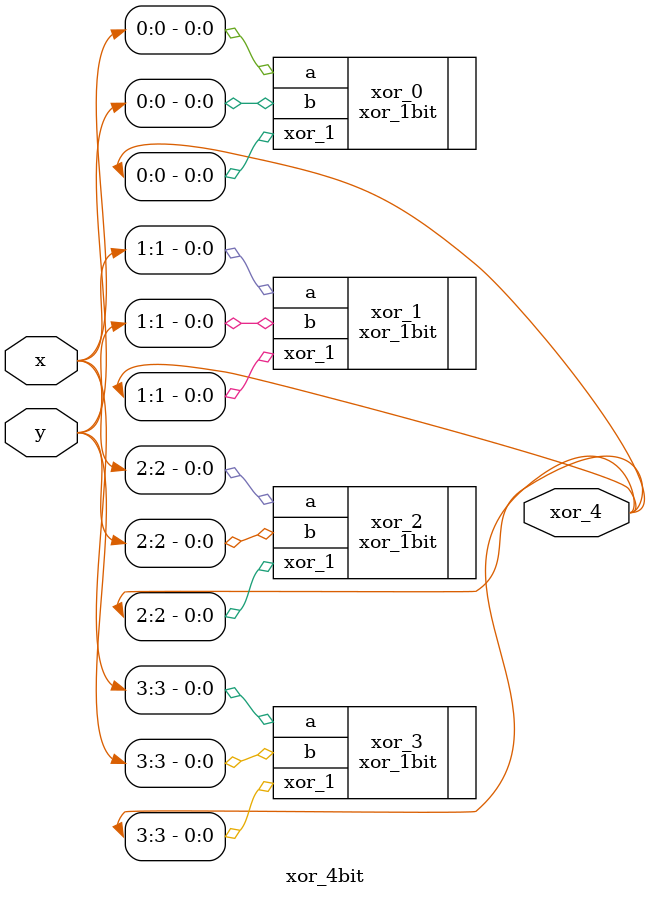
<source format=sv>
module xor_4bit(
input wire [3:0] x, y,
output wire [3:0] xor_4
    );
    //call 1 bit xor module for each bit seperately
    xor_1bit xor_0 (.a(x[0]), .b(y[0]), .xor_1(xor_4[0]));
    xor_1bit xor_1 (.a(x[1]), .b(y[1]), .xor_1(xor_4[1]));
    xor_1bit xor_2 (.a(x[2]), .b(y[2]), .xor_1(xor_4[2]));
    xor_1bit xor_3 (.a(x[3]), .b(y[3]), .xor_1(xor_4[3]));
    
    
endmodule


</source>
